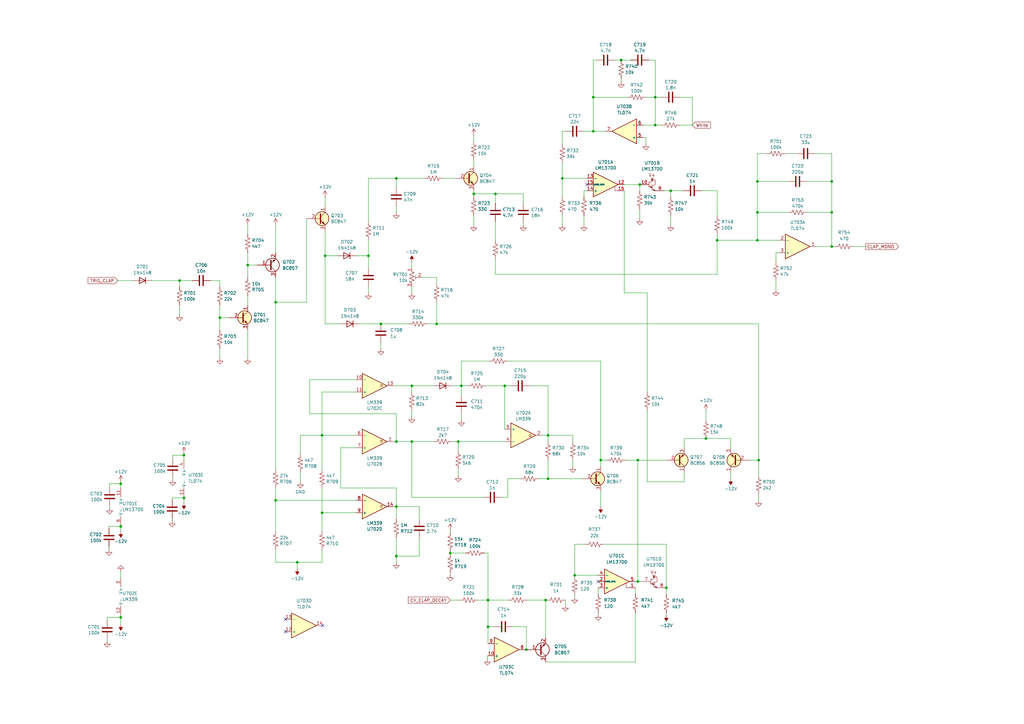
<source format=kicad_sch>
(kicad_sch (version 20231120) (generator "eeschema") (generator_version "8.0")
  (paper "A3")
  (junction (at 311.15 188.722))
  (junction (at 151.13 104.902))
  (junction (at 73.66 115.062))
  (junction (at 113.03 205.232))
  (junction (at 75.438 204.216))
  (junction (at 184.658 226.822))
  (junction (at 230.632 73.152))
  (junction (at 310.642 87.122))
  (junction (at 156.21 132.842))
  (junction (at 207.01 158.242))
  (junction (at 90.17 130.302))
  (junction (at 341.122 87.122))
  (junction (at 162.56 207.772))
  (junction (at 289.56 179.832))
  (junction (at 235.712 235.966))
  (junction (at 243.332 53.848))
  (junction (at 49.53 215.9))
  (junction (at 49.53 198.374))
  (junction (at 133.35 104.902))
  (junction (at 254.762 24.638))
  (junction (at 268.732 39.878))
  (junction (at 132.08 178.562))
  (junction (at 168.91 158.242))
  (junction (at 200.152 257.048))
  (junction (at 203.2 79.502))
  (junction (at 132.08 210.312))
  (junction (at 341.122 74.422))
  (junction (at 101.6 108.712))
  (junction (at 223.774 246.126))
  (junction (at 224.79 196.342))
  (junction (at 194.31 79.502))
  (junction (at 49.53 253.238))
  (junction (at 294.132 98.552))
  (junction (at 262.382 75.692))
  (junction (at 162.56 228.092))
  (junction (at 243.332 39.878))
  (junction (at 200.152 246.126))
  (junction (at 224.79 178.562))
  (junction (at 246.38 188.722))
  (junction (at 273.304 241.046))
  (junction (at 268.732 51.308))
  (junction (at 310.642 98.552))
  (junction (at 189.23 158.242))
  (junction (at 275.082 78.232))
  (junction (at 168.91 181.102))
  (junction (at 75.438 186.69))
  (junction (at 162.56 181.102))
  (junction (at 310.642 74.422))
  (junction (at 162.56 73.152))
  (junction (at 261.62 188.722))
  (junction (at 341.122 101.092))
  (junction (at 113.03 123.952))
  (junction (at 121.92 230.632))
  (junction (at 215.9 266.446))
  (junction (at 179.07 132.842))
  (junction (at 187.96 181.102))
  (junction (at 261.62 238.506))
  (no_connect (at 245.364 238.506))
  (no_connect (at 240.792 75.692))
  (no_connect (at 117.094 254))
  (no_connect (at 132.334 256.54))
  (no_connect (at 117.094 259.08))
  (wire (pts (xy 294.132 78.232) (xy 294.132 88.392)))
  (wire (pts (xy 70.612 204.978) (xy 70.612 204.216)))
  (wire (pts (xy 168.91 158.242) (xy 168.91 160.782)))
  (wire (pts (xy 220.98 196.342) (xy 224.79 196.342)))
  (wire (pts (xy 44.704 224.282) (xy 44.704 225.298)))
  (wire (pts (xy 256.032 75.692) (xy 262.382 75.692)))
  (wire (pts (xy 132.08 230.632) (xy 132.08 225.552)))
  (wire (pts (xy 44.958 207.518) (xy 44.958 208.28)))
  (wire (pts (xy 239.522 53.848) (xy 243.332 53.848)))
  (wire (pts (xy 44.958 198.374) (xy 49.53 198.374)))
  (wire (pts (xy 214.63 79.502) (xy 214.63 83.312)))
  (wire (pts (xy 146.05 160.782) (xy 132.08 160.782)))
  (wire (pts (xy 243.332 39.878) (xy 257.302 39.878)))
  (wire (pts (xy 113.03 205.232) (xy 113.03 217.932)))
  (wire (pts (xy 132.08 210.312) (xy 146.05 210.312)))
  (wire (pts (xy 162.56 200.152) (xy 162.56 207.772)))
  (wire (pts (xy 203.2 79.502) (xy 214.63 79.502)))
  (wire (pts (xy 230.632 73.152) (xy 240.792 73.152)))
  (wire (pts (xy 216.154 246.126) (xy 223.774 246.126)))
  (wire (pts (xy 125.73 89.662) (xy 125.73 123.952)))
  (wire (pts (xy 133.35 80.772) (xy 133.35 84.582)))
  (wire (pts (xy 275.082 78.232) (xy 275.082 80.772)))
  (wire (pts (xy 162.56 228.092) (xy 171.958 228.092)))
  (wire (pts (xy 322.072 62.992) (xy 326.644 62.992)))
  (wire (pts (xy 184.658 226.822) (xy 184.658 227.33)))
  (wire (pts (xy 198.12 203.962) (xy 168.91 203.962)))
  (wire (pts (xy 49.53 234.442) (xy 49.53 236.982)))
  (wire (pts (xy 203.2 112.522) (xy 294.132 112.522)))
  (wire (pts (xy 75.438 185.928) (xy 75.438 186.69)))
  (wire (pts (xy 245.364 241.046) (xy 245.364 243.586)))
  (wire (pts (xy 132.08 210.312) (xy 132.08 217.932)))
  (wire (pts (xy 184.658 234.95) (xy 184.658 235.712)))
  (wire (pts (xy 199.898 268.986) (xy 199.898 270.256)))
  (wire (pts (xy 146.05 104.902) (xy 151.13 104.902)))
  (wire (pts (xy 289.56 179.832) (xy 299.72 179.832)))
  (wire (pts (xy 123.19 193.802) (xy 123.19 197.612)))
  (wire (pts (xy 125.73 123.952) (xy 113.03 123.952)))
  (wire (pts (xy 265.43 197.612) (xy 265.43 168.402)))
  (wire (pts (xy 70.866 195.834) (xy 70.866 196.596)))
  (wire (pts (xy 200.66 148.082) (xy 189.23 148.082)))
  (wire (pts (xy 181.61 73.152) (xy 186.69 73.152)))
  (wire (pts (xy 310.642 74.422) (xy 323.342 74.422)))
  (wire (pts (xy 310.642 62.992) (xy 310.642 74.422)))
  (wire (pts (xy 341.122 74.422) (xy 341.122 87.122)))
  (wire (pts (xy 262.382 85.852) (xy 262.382 89.662)))
  (wire (pts (xy 162.56 207.772) (xy 161.29 207.772)))
  (wire (pts (xy 223.774 246.126) (xy 223.774 261.366)))
  (wire (pts (xy 224.79 178.562) (xy 222.25 178.562)))
  (wire (pts (xy 311.15 132.842) (xy 311.15 188.722)))
  (wire (pts (xy 334.264 62.992) (xy 341.122 62.992)))
  (wire (pts (xy 214.63 90.932) (xy 214.63 92.202)))
  (wire (pts (xy 162.56 73.152) (xy 173.99 73.152)))
  (wire (pts (xy 294.132 96.012) (xy 294.132 98.552)))
  (wire (pts (xy 215.9 266.446) (xy 216.154 266.446)))
  (wire (pts (xy 240.03 223.266) (xy 235.712 223.266)))
  (wire (pts (xy 73.66 125.222) (xy 73.66 129.032)))
  (wire (pts (xy 246.38 191.262) (xy 246.38 188.722)))
  (wire (pts (xy 200.152 226.822) (xy 200.152 246.126)))
  (wire (pts (xy 318.262 103.632) (xy 319.532 103.632)))
  (wire (pts (xy 314.452 62.992) (xy 310.642 62.992)))
  (wire (pts (xy 224.79 178.562) (xy 224.79 181.102)))
  (wire (pts (xy 151.13 73.152) (xy 162.56 73.152)))
  (wire (pts (xy 278.892 51.308) (xy 283.972 51.308)))
  (wire (pts (xy 265.43 197.612) (xy 280.67 197.612)))
  (wire (pts (xy 146.05 183.642) (xy 139.7 183.642)))
  (wire (pts (xy 70.612 212.598) (xy 70.612 213.614)))
  (wire (pts (xy 132.08 200.152) (xy 132.08 210.312)))
  (wire (pts (xy 235.712 223.266) (xy 235.712 235.966)))
  (wire (pts (xy 224.79 188.722) (xy 224.79 196.342)))
  (wire (pts (xy 243.332 24.638) (xy 243.332 39.878)))
  (wire (pts (xy 162.56 181.102) (xy 161.29 181.102)))
  (wire (pts (xy 101.6 135.382) (xy 101.6 146.812)))
  (wire (pts (xy 245.364 251.206) (xy 245.364 251.968)))
  (wire (pts (xy 262.382 75.692) (xy 262.382 78.232)))
  (wire (pts (xy 162.56 73.152) (xy 162.56 76.962)))
  (wire (pts (xy 151.13 98.552) (xy 151.13 104.902)))
  (wire (pts (xy 156.21 140.462) (xy 156.21 143.002)))
  (wire (pts (xy 86.36 115.062) (xy 90.17 115.062)))
  (wire (pts (xy 90.17 143.002) (xy 90.17 146.812)))
  (wire (pts (xy 48.26 115.062) (xy 54.61 115.062)))
  (wire (pts (xy 243.332 39.878) (xy 243.332 53.848)))
  (wire (pts (xy 311.15 188.722) (xy 307.34 188.722)))
  (wire (pts (xy 289.56 168.402) (xy 289.56 172.212)))
  (wire (pts (xy 252.222 24.638) (xy 254.762 24.638)))
  (wire (pts (xy 194.31 65.532) (xy 194.31 68.072)))
  (wire (pts (xy 246.38 188.722) (xy 246.38 148.082)))
  (wire (pts (xy 230.632 53.848) (xy 230.632 59.182)))
  (wire (pts (xy 75.438 204.216) (xy 75.438 206.248)))
  (wire (pts (xy 133.35 104.902) (xy 133.35 94.742)))
  (wire (pts (xy 260.604 271.526) (xy 260.604 251.206)))
  (wire (pts (xy 123.19 178.562) (xy 132.08 178.562)))
  (wire (pts (xy 147.32 132.842) (xy 156.21 132.842)))
  (wire (pts (xy 123.19 186.182) (xy 123.19 178.562)))
  (wire (pts (xy 138.43 104.902) (xy 133.35 104.902)))
  (wire (pts (xy 235.712 235.966) (xy 235.712 236.474)))
  (wire (pts (xy 203.2 106.172) (xy 203.2 112.522)))
  (wire (pts (xy 299.72 193.802) (xy 299.72 196.342)))
  (wire (pts (xy 268.732 51.308) (xy 271.272 51.308)))
  (wire (pts (xy 230.632 53.848) (xy 231.902 53.848)))
  (wire (pts (xy 194.31 88.392) (xy 194.31 92.202)))
  (wire (pts (xy 172.72 113.792) (xy 179.07 113.792)))
  (wire (pts (xy 168.91 168.402) (xy 168.91 170.942)))
  (wire (pts (xy 280.67 183.642) (xy 280.67 179.832)))
  (wire (pts (xy 200.152 257.048) (xy 200.152 263.906)))
  (wire (pts (xy 139.7 183.642) (xy 139.7 200.152)))
  (wire (pts (xy 294.132 78.232) (xy 287.782 78.232)))
  (wire (pts (xy 199.39 158.242) (xy 207.01 158.242)))
  (wire (pts (xy 101.6 121.412) (xy 101.6 125.222)))
  (wire (pts (xy 185.42 181.102) (xy 187.96 181.102)))
  (wire (pts (xy 246.38 148.082) (xy 208.28 148.082)))
  (wire (pts (xy 275.082 88.392) (xy 275.082 92.202)))
  (wire (pts (xy 162.56 181.102) (xy 168.91 181.102)))
  (wire (pts (xy 49.53 215.392) (xy 49.53 215.9)))
  (wire (pts (xy 265.43 120.142) (xy 265.43 160.782)))
  (wire (pts (xy 49.53 253.238) (xy 49.53 256.032)))
  (wire (pts (xy 187.96 192.532) (xy 187.96 195.072)))
  (wire (pts (xy 200.152 226.822) (xy 198.628 226.822)))
  (wire (pts (xy 310.642 74.422) (xy 310.642 87.122)))
  (wire (pts (xy 283.972 51.308) (xy 283.972 39.878)))
  (wire (pts (xy 234.95 188.722) (xy 234.95 191.262)))
  (wire (pts (xy 203.2 79.502) (xy 203.2 83.312)))
  (wire (pts (xy 44.704 215.9) (xy 49.53 215.9)))
  (wire (pts (xy 49.53 198.374) (xy 49.53 200.152)))
  (wire (pts (xy 268.732 39.878) (xy 271.272 39.878)))
  (wire (pts (xy 239.522 88.392) (xy 239.522 92.202)))
  (wire (pts (xy 272.542 78.232) (xy 275.082 78.232)))
  (wire (pts (xy 230.632 88.392) (xy 230.632 92.202)))
  (wire (pts (xy 350.012 101.092) (xy 355.092 101.092)))
  (wire (pts (xy 113.03 113.792) (xy 113.03 123.952)))
  (wire (pts (xy 265.43 120.142) (xy 256.032 120.142)))
  (wire (pts (xy 247.65 223.266) (xy 273.304 223.266)))
  (wire (pts (xy 185.42 158.242) (xy 189.23 158.242)))
  (wire (pts (xy 133.35 132.842) (xy 133.35 104.902)))
  (wire (pts (xy 261.62 238.506) (xy 263.144 238.506)))
  (wire (pts (xy 43.942 254.508) (xy 43.942 253.238)))
  (wire (pts (xy 70.612 204.216) (xy 75.438 204.216)))
  (wire (pts (xy 184.658 226.822) (xy 191.008 226.822)))
  (wire (pts (xy 70.866 186.69) (xy 75.438 186.69)))
  (wire (pts (xy 261.62 188.722) (xy 261.62 238.506)))
  (wire (pts (xy 261.62 188.722) (xy 273.05 188.722)))
  (wire (pts (xy 330.962 87.122) (xy 341.122 87.122)))
  (wire (pts (xy 70.866 188.214) (xy 70.866 186.69)))
  (wire (pts (xy 264.922 56.388) (xy 263.652 56.388)))
  (wire (pts (xy 264.922 39.878) (xy 268.732 39.878)))
  (wire (pts (xy 246.38 201.422) (xy 246.38 207.772)))
  (wire (pts (xy 121.92 230.632) (xy 132.08 230.632)))
  (wire (pts (xy 43.942 253.238) (xy 49.53 253.238)))
  (wire (pts (xy 127 169.672) (xy 162.56 169.672)))
  (wire (pts (xy 245.364 235.966) (xy 235.712 235.966)))
  (wire (pts (xy 223.774 271.526) (xy 260.604 271.526)))
  (wire (pts (xy 205.74 203.962) (xy 208.28 203.962)))
  (wire (pts (xy 246.38 188.722) (xy 248.92 188.722)))
  (wire (pts (xy 318.262 115.062) (xy 318.262 118.872)))
  (wire (pts (xy 75.438 203.708) (xy 75.438 204.216)))
  (wire (pts (xy 341.122 87.122) (xy 341.122 101.092)))
  (wire (pts (xy 121.92 230.632) (xy 113.03 230.632)))
  (wire (pts (xy 151.13 104.902) (xy 151.13 109.982)))
  (wire (pts (xy 217.17 158.242) (xy 224.79 158.242)))
  (wire (pts (xy 260.604 238.506) (xy 261.62 238.506)))
  (wire (pts (xy 113.03 200.152) (xy 113.03 205.232)))
  (wire (pts (xy 73.66 115.062) (xy 78.74 115.062)))
  (wire (pts (xy 132.08 160.782) (xy 132.08 178.562)))
  (wire (pts (xy 208.28 196.342) (xy 213.36 196.342)))
  (wire (pts (xy 189.23 158.242) (xy 189.23 162.052)))
  (wire (pts (xy 330.962 74.422) (xy 341.122 74.422)))
  (wire (pts (xy 168.91 117.602) (xy 168.91 120.142)))
  (wire (pts (xy 273.304 241.046) (xy 273.304 243.84)))
  (wire (pts (xy 210.312 257.048) (xy 215.9 257.048)))
  (wire (pts (xy 127 155.702) (xy 127 169.672)))
  (wire (pts (xy 268.732 39.878) (xy 268.732 24.638)))
  (wire (pts (xy 49.53 197.612) (xy 49.53 198.374)))
  (wire (pts (xy 101.6 108.712) (xy 105.41 108.712)))
  (wire (pts (xy 239.522 78.232) (xy 240.792 78.232)))
  (wire (pts (xy 168.91 203.962) (xy 168.91 181.102)))
  (wire (pts (xy 215.9 257.048) (xy 215.9 266.446)))
  (wire (pts (xy 189.23 158.242) (xy 191.77 158.242)))
  (wire (pts (xy 184.658 246.126) (xy 188.468 246.126)))
  (wire (pts (xy 162.56 169.672) (xy 162.56 181.102)))
  (wire (pts (xy 200.152 268.986) (xy 199.898 268.986)))
  (wire (pts (xy 90.17 125.222) (xy 90.17 130.302)))
  (wire (pts (xy 299.72 179.832) (xy 299.72 183.642)))
  (wire (pts (xy 311.15 195.072) (xy 311.15 188.722)))
  (wire (pts (xy 194.31 79.502) (xy 203.2 79.502)))
  (wire (pts (xy 175.26 132.842) (xy 179.07 132.842)))
  (wire (pts (xy 294.132 98.552) (xy 310.642 98.552)))
  (wire (pts (xy 275.082 78.232) (xy 280.162 78.232)))
  (wire (pts (xy 162.56 84.582) (xy 162.56 87.122)))
  (wire (pts (xy 254.762 32.258) (xy 254.762 33.528)))
  (wire (pts (xy 224.79 158.242) (xy 224.79 178.562)))
  (wire (pts (xy 215.9 266.446) (xy 215.392 266.446)))
  (wire (pts (xy 44.704 216.662) (xy 44.704 215.9)))
  (wire (pts (xy 341.122 101.092) (xy 342.392 101.092)))
  (wire (pts (xy 171.958 207.772) (xy 171.958 212.852)))
  (wire (pts (xy 207.01 158.242) (xy 209.55 158.242)))
  (wire (pts (xy 341.122 62.992) (xy 341.122 74.422)))
  (wire (pts (xy 139.7 132.842) (xy 133.35 132.842)))
  (wire (pts (xy 234.95 178.562) (xy 234.95 181.102)))
  (wire (pts (xy 168.91 107.442) (xy 168.91 109.982)))
  (wire (pts (xy 224.79 178.562) (xy 234.95 178.562)))
  (wire (pts (xy 168.91 181.102) (xy 177.8 181.102)))
  (wire (pts (xy 90.17 115.062) (xy 90.17 117.602)))
  (wire (pts (xy 151.13 117.602) (xy 151.13 120.142)))
  (wire (pts (xy 200.152 246.126) (xy 196.088 246.126)))
  (wire (pts (xy 184.658 226.06) (xy 184.658 226.822)))
  (wire (pts (xy 239.522 80.772) (xy 239.522 78.232)))
  (wire (pts (xy 310.642 98.552) (xy 319.532 98.552)))
  (wire (pts (xy 231.902 246.126) (xy 231.902 248.158)))
  (wire (pts (xy 132.08 178.562) (xy 132.08 192.532)))
  (wire (pts (xy 187.96 181.102) (xy 207.01 181.102)))
  (wire (pts (xy 162.56 220.472) (xy 162.56 228.092)))
  (wire (pts (xy 161.29 158.242) (xy 168.91 158.242)))
  (wire (pts (xy 162.56 228.092) (xy 162.56 230.632)))
  (wire (pts (xy 101.6 108.712) (xy 101.6 113.792)))
  (wire (pts (xy 156.21 132.842) (xy 167.64 132.842)))
  (wire (pts (xy 101.6 103.632) (xy 101.6 108.712)))
  (wire (pts (xy 263.652 51.308) (xy 268.732 51.308)))
  (wire (pts (xy 101.6 92.202) (xy 101.6 96.012)))
  (wire (pts (xy 73.66 115.062) (xy 73.66 117.602)))
  (wire (pts (xy 179.07 132.842) (xy 311.15 132.842)))
  (wire (pts (xy 194.31 78.232) (xy 194.31 79.502)))
  (wire (pts (xy 318.262 107.442) (xy 318.262 103.632)))
  (wire (pts (xy 151.13 90.932) (xy 151.13 73.152)))
  (wire (pts (xy 310.642 87.122) (xy 323.342 87.122)))
  (wire (pts (xy 75.438 186.69) (xy 75.438 188.468)))
  (wire (pts (xy 294.132 98.552) (xy 294.132 112.522)))
  (wire (pts (xy 341.122 101.092) (xy 334.772 101.092)))
  (wire (pts (xy 90.17 130.302) (xy 90.17 135.382)))
  (wire (pts (xy 62.23 115.062) (xy 73.66 115.062)))
  (wire (pts (xy 268.732 24.638) (xy 266.192 24.638)))
  (wire (pts (xy 146.05 155.702) (xy 127 155.702)))
  (wire (pts (xy 187.96 181.102) (xy 187.96 184.912)))
  (wire (pts (xy 162.56 207.772) (xy 162.56 212.852)))
  (wire (pts (xy 49.53 252.222) (xy 49.53 253.238)))
  (wire (pts (xy 189.23 169.672) (xy 189.23 172.212)))
  (wire (pts (xy 44.958 199.898) (xy 44.958 198.374)))
  (wire (pts (xy 171.958 228.092) (xy 171.958 220.472)))
  (wire (pts (xy 113.03 230.632) (xy 113.03 225.552)))
  (wire (pts (xy 230.632 66.802) (xy 230.632 73.152)))
  (wire (pts (xy 200.152 246.126) (xy 200.152 257.048)))
  (wire (pts (xy 200.152 257.048) (xy 202.692 257.048)))
  (wire (pts (xy 256.54 188.722) (xy 261.62 188.722)))
  (wire (pts (xy 264.922 58.928) (xy 264.922 56.388)))
  (wire (pts (xy 311.15 202.692) (xy 311.15 205.232)))
  (wire (pts (xy 244.602 24.638) (xy 243.332 24.638)))
  (wire (pts (xy 310.642 87.122) (xy 310.642 98.552)))
  (wire (pts (xy 224.79 196.342) (xy 238.76 196.342)))
  (wire (pts (xy 184.658 217.424) (xy 184.658 218.44)))
  (wire (pts (xy 235.712 244.094) (xy 235.712 244.856)))
  (wire (pts (xy 49.53 215.9) (xy 49.53 217.932)))
  (wire (pts (xy 260.604 241.046) (xy 260.604 243.586)))
  (wire (pts (xy 189.23 148.082) (xy 189.23 158.242)))
  (wire (pts (xy 179.07 132.842) (xy 179.07 123.952)))
  (wire (pts (xy 162.56 207.772) (xy 171.958 207.772)))
  (wire (pts (xy 280.67 197.612) (xy 280.67 193.802)))
  (wire (pts (xy 256.032 120.142) (xy 256.032 78.232)))
  (wire (pts (xy 254.762 24.638) (xy 258.572 24.638)))
  (wire (pts (xy 121.92 233.172) (xy 121.92 230.632)))
  (wire (pts (xy 90.17 130.302) (xy 93.98 130.302)))
  (wire (pts (xy 139.7 200.152) (xy 162.56 200.152)))
  (wire (pts (xy 194.31 79.502) (xy 194.31 80.772)))
  (wire (pts (xy 283.972 39.878) (xy 278.892 39.878)))
  (wire (pts (xy 132.08 178.562) (xy 146.05 178.562)))
  (wire (pts (xy 273.304 223.266) (xy 273.304 241.046)))
  (wire (pts (xy 208.28 203.962) (xy 208.28 196.342)))
  (wire (pts (xy 280.67 179.832) (xy 289.56 179.832)))
  (wire (pts (xy 223.774 246.126) (xy 224.282 246.126)))
  (wire (pts (xy 113.03 205.232) (xy 146.05 205.232)))
  (wire (pts (xy 268.732 51.308) (xy 268.732 39.878)))
  (wire (pts (xy 200.152 246.126) (xy 208.534 246.126)))
  (wire (pts (xy 113.03 123.952) (xy 113.03 192.532)))
  (wire (pts (xy 168.91 158.242) (xy 177.8 158.242)))
  (wire (pts (xy 207.01 158.242) (xy 207.01 176.022)))
  (wire (pts (xy 194.31 55.372) (xy 194.31 57.912)))
  (wire (pts (xy 113.03 92.202) (xy 113.03 103.632)))
  (wire (pts (xy 179.07 113.792) (xy 179.07 116.332)))
  (wire (pts (xy 43.942 262.128) (xy 43.942 262.89)))
  (wire (pts (xy 230.632 80.772) (xy 230.632 73.152)))
  (wire (pts (xy 203.2 90.932) (xy 203.2 98.552)))
  (wire (pts (xy 273.304 251.46) (xy 273.304 252.222)))
  (wire (pts (xy 243.332 53.848) (xy 248.412 53.848)))
  (global_label "TRIG_CLAP" (shape input) (at 48.26 115.062 180) (property "Intersheetrefs" "${INTERSHEET_REFS}" (effects (hide yes))))
  (global_label "White" (shape input) (at 283.972 51.308 0) (property "Intersheetrefs" "${INTERSHEET_REFS}" (effects (hide yes))))
  (global_label "CLAP_MONO" (shape output) (at 355.092 101.092 0) (property "Intersheetrefs" "${INTERSHEET_REFS}" (effects (hide yes))))
  (global_label "CV_CLAP_DECAY" (shape input) (at 184.658 246.126 180) (property "Intersheetrefs" "${INTERSHEET_REFS}" (effects (hide yes))))
  (symbol (lib_id "Transistor_BJT:BC857") (at 110.49 108.712 0) (mirror x) (unit 1)
    (property "Reference" "Q702" (at 115.824 107.4419 0) (effects (justify left)))
    (property "Value" "BC857" (at 115.824 109.9819 0) (effects (justify left)))
    (property "Footprint" "Package_TO_SOT_SMD:SOT-23" (effects (hide yes)))
    (property "Datasheet" "https://www.onsemi.com/pub/Collateral/BC860-D.pdf" (effects (hide yes)))
    (property "Description" "0.1A Ic, 45V Vce, PNP Transistor, SOT-23" (effects (hide yes)))
  )
  (symbol (lib_id "Amplifier_Operational:LM13700") (at 270.002 75.692 0) (unit 2)
    (property "Reference" "U701" (at 267.462 66.8431 0))
    (property "Value" "LM13700" (at 267.462 69.2673 0))
    (property "Footprint" "Package_SO:SOIC-16_3.9x9.9mm_P1.27mm" (effects (hide yes)))
    (property "Datasheet" "http://www.ti.com/lit/ds/symlink/lm13700.pdf" (effects (hide yes)))
  )
  (symbol (lib_id "Device:R_US") (at 192.278 246.126 270) (unit 1)
    (property "Reference" "R721" (at 192.278 240.792 90))
    (property "Value" "100k" (at 192.278 243.332 90))
    (property "Footprint" "Resistor_SMD:R_0805_2012Metric" (effects (hide yes)))
  )
  (symbol (lib_id "Device:C") (at 44.958 203.708 0) (mirror y) (unit 1)
    (property "Reference" "C703" (at 42.037 202.4959 0) (effects (justify left)))
    (property "Value" "100k" (at 42.037 204.9201 0) (effects (justify left)))
    (property "Footprint" "Capacitor_SMD:C_0805_2012Metric" (effects (hide yes)))
  )
  (symbol (lib_id "power:-12V") (at 168.91 107.442 0) (unit 1)
    (property "Reference" "#PWR0724" (effects (hide yes)))
    (property "Value" "-12V" (at 168.91 103.3089 0))
  )
  (symbol (lib_id "PCM_4ms_Power-symbol:GND") (at 189.23 172.212 0) (unit 1)
    (property "Reference" "#PWR0730" (effects (hide yes)))
    (property "Value" "GND" (effects (hide yes)))
  )
  (symbol (lib_id "Device:R_US") (at 179.07 120.142 0) (unit 1)
    (property "Reference" "R716" (at 180.721 118.9299 0) (effects (justify left)))
    (property "Value" "47k" (at 180.721 121.3541 0) (effects (justify left)))
    (property "Footprint" "Resistor_SMD:R_0805_2012Metric" (effects (hide yes)))
  )
  (symbol (lib_id "Device:C") (at 235.712 53.848 90) (unit 1)
    (property "Reference" "C717" (at 235.712 47.5447 90))
    (property "Value" "22n" (at 235.712 49.9689 90))
    (property "Footprint" "Capacitor_SMD:C_0805_2012Metric" (effects (hide yes)))
  )
  (symbol (lib_id "Device:R_US") (at 289.56 176.022 180) (unit 1)
    (property "Reference" "R748" (at 291.211 174.8099 0) (effects (justify right)))
    (property "Value" "15k" (at 291.211 177.2341 0) (effects (justify right)))
    (property "Footprint" "Resistor_SMD:R_0805_2012Metric" (effects (hide yes)))
  )
  (symbol (lib_id "Amplifier_Operational:LM13700") (at 270.764 238.506 0) (unit 4)
    (property "Reference" "U701" (at 268.224 229.235 0))
    (property "Value" "LM13700" (at 268.224 231.775 0))
    (property "Footprint" "Package_SO:SOIC-16_3.9x9.9mm_P1.27mm" (effects (hide yes)))
    (property "Datasheet" "http://www.ti.com/lit/ds/symlink/lm13700.pdf" (effects (hide yes)))
  )
  (symbol (lib_id "PCM_4ms_Power-symbol:GND") (at 199.898 270.256 0) (unit 1)
    (property "Reference" "#PWR0733" (effects (hide yes)))
    (property "Value" "GND" (effects (hide yes)))
  )
  (symbol (lib_id "Device:C") (at 206.502 257.048 90) (unit 1)
    (property "Reference" "C714" (at 206.502 249.936 90))
    (property "Value" "1n" (at 206.502 252.476 90))
    (property "Footprint" "Capacitor_SMD:C_0805_2012Metric" (effects (hide yes)))
    (property "Description" "Unpolarized capacitor" (effects (hide yes)))
  )
  (symbol (lib_id "PCM_Transistor_BJT_AKL:BC547") (at 191.77 73.152 0) (unit 1)
    (property "Reference" "Q704" (at 196.6214 71.9399 0) (effects (justify left)))
    (property "Value" "BC847" (at 196.6214 74.3641 0) (effects (justify left)))
    (property "Footprint" "Package_TO_SOT_SMD:SOT-23" (effects (hide yes)))
    (property "Datasheet" "https://www.tme.eu/Document/6c5d898a533a0762c2bc33eb26c283a8/BC546-550-DTE.pdf" (effects (hide yes)))
  )
  (symbol (lib_id "PCM_4ms_Power-symbol:GND") (at 230.632 92.202 0) (unit 1)
    (property "Reference" "#PWR0735" (effects (hide yes)))
    (property "Value" "GND" (effects (hide yes)))
  )
  (symbol (lib_id "Device:C") (at 214.63 87.122 0) (unit 1)
    (property "Reference" "C716" (at 217.805 85.9678 0) (effects (justify left)))
    (property "Value" "18n" (at 217.805 88.392 0) (effects (justify left)))
    (property "Footprint" "Capacitor_SMD:C_0805_2012Metric" (effects (hide yes)))
  )
  (symbol (lib_id "Device:R_US") (at 230.632 84.582 0) (unit 1)
    (property "Reference" "R733" (at 232.791 83.3119 0) (effects (justify left)))
    (property "Value" "470" (at 232.791 85.8519 0) (effects (justify left)))
    (property "Footprint" "Resistor_SMD:R_0805_2012Metric" (effects (hide yes)))
  )
  (symbol (lib_id "PCM_4ms_Power-symbol:GND") (at 245.364 251.968 0) (unit 1)
    (property "Reference" "#PWR0740" (effects (hide yes)))
    (property "Value" "GND" (effects (hide yes)))
  )
  (symbol (lib_id "Amplifier_Operational:TL074") (at 124.714 256.54 0) (mirror x) (unit 4)
    (property "Reference" "U703" (at 124.714 246.38 0))
    (property "Value" "TL074" (at 124.714 248.92 0))
    (property "Footprint" "Package_SO:SOIC-14_3.9x8.7mm_P1.27mm" (effects (hide yes)))
    (property "Datasheet" "http://www.ti.com/lit/ds/symlink/tl071.pdf" (effects (hide yes)))
    (property "Description" "Quad Low-Noise JFET-Input Operational Amplifiers, DIP-14/SOIC-14" (effects (hide yes)))
  )
  (symbol (lib_id "Device:C") (at 171.958 216.662 0) (unit 1)
    (property "Reference" "C710" (at 174.879 215.4499 0) (effects (justify left)))
    (property "Value" "2.7n" (at 174.879 217.8741 0) (effects (justify left)))
    (property "Footprint" "Capacitor_SMD:C_0805_2012Metric" (effects (hide yes)))
  )
  (symbol (lib_id "Diode:1N4148") (at 142.24 104.902 180) (unit 1)
    (property "Reference" "D702" (at 142.24 99.187 0))
    (property "Value" "1N4148" (at 142.24 101.727 0))
    (property "Footprint" "Diode_SMD:D_SOD-123" (effects (hide yes)))
    (property "Datasheet" "https://assets.nexperia.com/documents/data-sheet/1N4148_1N4448.pdf" (effects (hide yes)))
    (property "Sim.Device" "D" (effects (hide yes)))
    (property "Sim.Pins" "1=K 2=A" (effects (hide yes)))
  )
  (symbol (lib_id "Comparator:LM339") (at 153.67 207.772 0) (mirror x) (unit 4)
    (property "Reference" "U702" (at 153.67 216.9963 0))
    (property "Value" "LM339" (at 153.67 214.5721 0))
    (property "Footprint" "Package_SO:SOIC-14_3.9x8.7mm_P1.27mm" (effects (hide yes)))
    (property "Datasheet" "https://www.st.com/resource/en/datasheet/lm139.pdf" (effects (hide yes)))
  )
  (symbol (lib_id "PCM_4ms_Power-symbol:GND") (at 187.96 195.072 0) (unit 1)
    (property "Reference" "#PWR0729" (effects (hide yes)))
    (property "Value" "GND" (effects (hide yes)))
  )
  (symbol (lib_id "Device:R_US") (at 239.522 84.582 0) (unit 1)
    (property "Reference" "R736" (at 241.681 83.3119 0) (effects (justify left)))
    (property "Value" "470" (at 241.681 85.8519 0) (effects (justify left)))
    (property "Footprint" "Resistor_SMD:R_0805_2012Metric" (effects (hide yes)))
  )
  (symbol (lib_id "Device:R_US") (at 194.31 61.722 0) (unit 1)
    (property "Reference" "R722" (at 195.961 60.5099 0) (effects (justify left)))
    (property "Value" "10k" (at 195.961 62.9341 0) (effects (justify left)))
    (property "Footprint" "Resistor_SMD:R_0805_2012Metric" (effects (hide yes)))
  )
  (symbol (lib_id "Device:R_US") (at 235.712 240.284 180) (unit 1)
    (property "Reference" "R735" (at 237.998 239.0139 0) (effects (justify right)))
    (property "Value" "120" (at 237.998 241.5539 0) (effects (justify right)))
    (property "Footprint" "Resistor_SMD:R_0805_2012Metric" (effects (hide yes)))
  )
  (symbol (lib_id "power:-12V") (at 49.53 256.032 180) (unit 1)
    (property "Reference" "#PWR0707" (effects (hide yes)))
    (property "Value" "-12V" (at 49.53 260.1651 0))
  )
  (symbol (lib_id "Device:C") (at 70.866 192.024 0) (mirror y) (unit 1)
    (property "Reference" "C705" (at 67.945 190.8119 0) (effects (justify left)))
    (property "Value" "100k" (at 67.945 193.2361 0) (effects (justify left)))
    (property "Footprint" "Capacitor_SMD:C_0805_2012Metric" (effects (hide yes)))
  )
  (symbol (lib_id "Device:C") (at 203.2 87.122 0) (unit 1)
    (property "Reference" "C713" (at 206.121 85.9099 0) (effects (justify left)))
    (property "Value" "4.7n" (at 206.121 88.3341 0) (effects (justify left)))
    (property "Footprint" "Capacitor_SMD:C_0805_2012Metric" (effects (hide yes)))
  )
  (symbol (lib_id "Amplifier_Operational:TL074") (at 327.152 101.092 0) (mirror x) (unit 1)
    (property "Reference" "U703" (at 327.152 91.186 0))
    (property "Value" "TL074" (at 327.152 93.726 0))
    (property "Footprint" "Package_SO:SOIC-14_3.9x8.7mm_P1.27mm" (effects (hide yes)))
    (property "Datasheet" "http://www.ti.com/lit/ds/symlink/tl071.pdf" (effects (hide yes)))
    (property "Description" "Quad Low-Noise JFET-Input Operational Amplifiers, DIP-14/SOIC-14" (effects (hide yes)))
  )
  (symbol (lib_id "Device:R_US") (at 113.03 221.742 0) (mirror x) (unit 1)
    (property "Reference" "R707" (at 114.681 222.9541 0) (effects (justify left)))
    (property "Value" "22k" (at 114.681 220.5299 0) (effects (justify left)))
    (property "Footprint" "Resistor_SMD:R_0805_2012Metric" (effects (hide yes)))
  )
  (symbol (lib_id "Device:R_US") (at 184.658 222.25 0) (mirror x) (unit 1)
    (property "Reference" "R718" (at 186.309 223.4621 0) (effects (justify left)))
    (property "Value" "15k" (at 186.309 221.0379 0) (effects (justify left)))
    (property "Footprint" "Resistor_SMD:R_0805_2012Metric" (effects (hide yes)))
  )
  (symbol (lib_id "Device:C") (at 44.704 220.472 0) (mirror y) (unit 1)
    (property "Reference" "C702" (at 41.783 219.2599 0) (effects (justify left)))
    (property "Value" "100k" (at 41.783 221.6841 0) (effects (justify left)))
    (property "Footprint" "Capacitor_SMD:C_0805_2012Metric" (effects (hide yes)))
  )
  (symbol (lib_id "PCM_4ms_Power-symbol:GND") (at 162.56 87.122 0) (unit 1)
    (property "Reference" "#PWR0722" (effects (hide yes)))
    (property "Value" "GND" (effects (hide yes)))
  )
  (symbol (lib_id "Device:R_US") (at 260.604 247.396 180) (unit 1)
    (property "Reference" "R741" (at 262.89 246.1259 0) (effects (justify right)))
    (property "Value" "4k7" (at 262.89 248.6659 0) (effects (justify right)))
    (property "Footprint" "Resistor_SMD:R_0805_2012Metric" (effects (hide yes)))
  )
  (symbol (lib_id "Transistor_BJT:BC857") (at 221.234 266.446 0) (mirror x) (unit 1)
    (property "Reference" "Q705" (at 227.33 265.1759 0) (effects (justify left)))
    (property "Value" "BC857" (at 227.33 267.7159 0) (effects (justify left)))
    (property "Footprint" "Package_TO_SOT_SMD:SOT-23" (effects (hide yes)))
    (property "Datasheet" "https://www.onsemi.com/pub/Collateral/BC860-D.pdf" (effects (hide yes)))
    (property "Description" "0.1A Ic, 45V Vce, PNP Transistor, SOT-23" (effects (hide yes)))
  )
  (symbol (lib_id "PCM_4ms_Power-symbol:GND") (at 101.6 146.812 0) (unit 1)
    (property "Reference" "#PWR0715" (effects (hide yes)))
    (property "Value" "GND" (effects (hide yes)))
  )
  (symbol (lib_id "PCM_4ms_Power-symbol:GND") (at 90.17 146.812 0) (unit 1)
    (property "Reference" "#PWR0713" (effects (hide yes)))
    (property "Value" "GND" (effects (hide yes)))
  )
  (symbol (lib_id "Device:R_US") (at 228.092 246.126 270) (unit 1)
    (property "Reference" "R731" (at 228.092 239.776 90))
    (property "Value" "1k" (at 228.092 242.316 90))
    (property "Footprint" "Resistor_SMD:R_0805_2012Metric" (effects (hide yes)))
  )
  (symbol (lib_id "Device:C") (at 201.93 203.962 270) (unit 1)
    (property "Reference" "C712" (at 201.93 197.6587 90))
    (property "Value" "1n" (at 201.93 200.0829 90))
    (property "Footprint" "Capacitor_SMD:C_0805_2012Metric" (effects (hide yes)))
  )
  (symbol (lib_id "Device:R_US") (at 230.632 62.992 0) (unit 1)
    (property "Reference" "R732" (at 232.283 61.7799 0) (effects (justify left)))
    (property "Value" "39k" (at 232.283 64.2041 0) (effects (justify left)))
    (property "Footprint" "Resistor_SMD:R_0805_2012Metric" (effects (hide yes)))
  )
  (symbol (lib_id "Device:C") (at 248.412 24.638 90) (unit 1)
    (property "Reference" "C718" (at 248.412 18.3347 90))
    (property "Value" "4.7n" (at 248.412 20.7589 90))
    (property "Footprint" "Capacitor_SMD:C_0805_2012Metric" (effects (hide yes)))
  )
  (symbol (lib_id "PCM_4ms_Power-symbol:GND") (at 70.612 213.614 0) (unit 1)
    (property "Reference" "#PWR0708" (effects (hide yes)))
    (property "Value" "GND" (effects (hide yes)))
  )
  (symbol (lib_id "Device:R_US") (at 194.818 226.822 270) (unit 1)
    (property "Reference" "R724" (at 194.818 221.488 90))
    (property "Value" "100k" (at 194.818 224.028 90))
    (property "Footprint" "Resistor_SMD:R_0805_2012Metric" (effects (hide yes)))
  )
  (symbol (lib_id "Device:C") (at 82.55 115.062 90) (unit 1)
    (property "Reference" "C706" (at 82.55 108.7587 90))
    (property "Value" "10n" (at 82.55 111.1829 90))
    (property "Footprint" "Capacitor_SMD:C_0805_2012Metric" (effects (hide yes)))
  )
  (symbol (lib_id "Device:R_US") (at 217.17 196.342 270) (unit 1)
    (property "Reference" "R729" (at 217.17 191.3087 90))
    (property "Value" "68k" (at 217.17 193.7329 90))
    (property "Footprint" "Resistor_SMD:R_0805_2012Metric" (effects (hide yes)))
  )
  (symbol (lib_id "Amplifier_Operational:TL074") (at 256.032 53.848 180) (unit 2)
    (property "Reference" "U703" (at 256.032 43.688 0))
    (property "Value" "TL074" (at 256.032 46.228 0))
    (property "Footprint" "Package_SO:SOIC-14_3.9x8.7mm_P1.27mm" (effects (hide yes)))
    (property "Datasheet" "http://www.ti.com/lit/ds/symlink/tl071.pdf" (effects (hide yes)))
    (property "Description" "Quad Low-Noise JFET-Input Operational Amplifiers, DIP-14/SOIC-14" (effects (hide yes)))
  )
  (symbol (lib_id "Device:R_US") (at 212.344 246.126 270) (unit 1)
    (property "Reference" "R728" (at 212.344 240.792 90))
    (property "Value" "33k" (at 212.344 243.332 90))
    (property "Footprint" "Resistor_SMD:R_0805_2012Metric" (effects (hide yes)))
  )
  (symbol (lib_id "Device:R_US") (at 132.08 221.742 0) (mirror x) (unit 1)
    (property "Reference" "R710" (at 133.731 222.9541 0) (effects (justify left)))
    (property "Value" "4k7" (at 133.731 220.5299 0) (effects (justify left)))
    (property "Footprint" "Resistor_SMD:R_0805_2012Metric" (effects (hide yes)))
  )
  (symbol (lib_id "Device:C") (at 156.21 136.652 0) (unit 1)
    (property "Reference" "C708" (at 160.02 135.3819 0) (effects (justify left)))
    (property "Value" "1u" (at 160.02 137.9219 0) (effects (justify left)))
    (property "Footprint" "Capacitor_SMD:C_0805_2012Metric" (effects (hide yes)))
  )
  (symbol (lib_id "Device:C") (at 151.13 113.792 0) (unit 1)
    (property "Reference" "C707" (at 141.605 112.0028 0) (effects (justify left)))
    (property "Value" "18n" (at 141.605 114.427 0) (effects (justify left)))
    (property "Footprint" "Capacitor_SMD:C_0805_2012Metric" (effects (hide yes)))
  )
  (symbol (lib_name "-12V_1") (lib_id "power:-12V") (at 273.304 252.222 180) (unit 1)
    (property "Reference" "#PWR0745" (effects (hide yes)))
    (property "Value" "-12V" (at 273.304 256.54 0))
    (property "Description" "Power symbol creates a global label with name \"-12V\"" (effects (hide yes)))
  )
  (symbol (lib_id "PCM_4ms_Power-symbol:GND") (at 44.958 208.28 0) (unit 1)
    (property "Reference" "#PWR0703" (effects (hide yes)))
    (property "Value" "GND" (effects (hide yes)))
  )
  (symbol (lib_id "Device:R_US") (at 171.45 132.842 90) (unit 1)
    (property "Reference" "R714" (at 171.45 127.8087 90))
    (property "Value" "330k" (at 171.45 130.2329 90))
    (property "Footprint" "Resistor_SMD:R_0805_2012Metric" (effects (hide yes)))
  )
  (symbol (lib_id "PCM_4ms_Power-symbol:GND") (at 168.91 170.942 0) (unit 1)
    (property "Reference" "#PWR0726" (effects (hide yes)))
    (property "Value" "GND" (effects (hide yes)))
  )
  (symbol (lib_id "Device:R_US") (at 184.658 231.14 0) (mirror x) (unit 1)
    (property "Reference" "R719" (at 186.309 232.3521 0) (effects (justify left)))
    (property "Value" "1k" (at 186.309 229.9279 0) (effects (justify left)))
    (property "Footprint" "Resistor_SMD:R_0805_2012Metric" (effects (hide yes)))
  )
  (symbol (lib_id "PCM_4ms_Power-symbol:GND") (at 275.082 92.202 0) (unit 1)
    (property "Reference" "#PWR0746" (effects (hide yes)))
    (property "Value" "GND" (effects (hide yes)))
  )
  (symbol (lib_id "PCM_4ms_Power-symbol:+12V") (at 289.56 168.402 0) (unit 1)
    (property "Reference" "#PWR0747" (effects (hide yes)))
    (property "Value" "+12V" (at 289.56 164.2689 0))
  )
  (symbol (lib_id "Device:R_US") (at 204.47 148.082 270) (unit 1)
    (property "Reference" "R727" (at 204.47 143.0487 90))
    (property "Value" "330" (at 204.47 145.4729 90))
    (property "Footprint" "Resistor_SMD:R_0805_2012Metric" (effects (hide yes)))
  )
  (symbol (lib_id "PCM_4ms_Power-symbol:GND") (at 168.91 120.142 0) (unit 1)
    (property "Reference" "#PWR0725" (effects (hide yes)))
    (property "Value" "GND" (effects (hide yes)))
  )
  (symbol (lib_id "power:-12V") (at 299.72 196.342 180) (unit 1)
    (property "Reference" "#PWR0748" (effects (hide yes)))
    (property "Value" "-12V" (at 299.72 200.4751 0))
  )
  (symbol (lib_id "PCM_Transistor_BJT_AKL:BC547") (at 99.06 130.302 0) (unit 1)
    (property "Reference" "Q701" (at 103.9114 129.0899 0) (effects (justify left)))
    (property "Value" "BC847" (at 103.9114 131.5141 0) (effects (justify left)))
    (property "Footprint" "Package_TO_SOT_SMD:SOT-23" (effects (hide yes)))
    (property "Datasheet" "https://www.tme.eu/Document/6c5d898a533a0762c2bc33eb26c283a8/BC546-550-DTE.pdf" (effects (hide yes)))
  )
  (symbol (lib_id "PCM_4ms_Power-symbol:+12V") (at 75.438 185.928 0) (unit 1)
    (property "Reference" "#PWR0711" (effects (hide yes)))
    (property "Value" "+12V" (at 75.438 181.7949 0))
  )
  (symbol (lib_id "PCM_4ms_Power-symbol:GND") (at 156.21 143.002 0) (unit 1)
    (property "Reference" "#PWR0721" (effects (hide yes)))
    (property "Value" "GND" (effects (hide yes)))
  )
  (symbol (lib_id "Device:C") (at 262.382 24.638 90) (unit 1)
    (property "Reference" "C719" (at 262.382 18.3347 90))
    (property "Value" "4.7n" (at 262.382 20.7589 90))
    (property "Footprint" "Capacitor_SMD:C_0805_2012Metric" (effects (hide yes)))
  )
  (symbol (lib_id "Device:R_US") (at 101.6 99.822 0) (unit 1)
    (property "Reference" "R704" (at 103.251 98.6099 0) (effects (justify left)))
    (property "Value" "4k7" (at 103.251 101.0341 0) (effects (justify left)))
    (property "Footprint" "Resistor_SMD:R_0805_2012Metric" (effects (hide yes)))
  )
  (symbol (lib_id "Device:C") (at 189.23 165.862 0) (unit 1)
    (property "Reference" "C711" (at 193.04 164.5919 0) (effects (justify left)))
    (property "Value" "470n" (at 193.04 167.1319 0) (effects (justify left)))
    (property "Footprint" "Capacitor_SMD:C_0805_2012Metric" (effects (hide yes)))
  )
  (symbol (lib_id "Device:R_US") (at 346.202 101.092 90) (unit 1)
    (property "Reference" "R754" (at 346.202 95.377 90))
    (property "Value" "470" (at 346.202 97.917 90))
    (property "Footprint" "Resistor_SMD:R_0805_2012Metric" (effects (hide yes)))
  )
  (symbol (lib_id "Device:R_US") (at 245.364 247.396 180) (unit 1)
    (property "Reference" "R738" (at 247.65 246.1259 0) (effects (justify right)))
    (property "Value" "120" (at 247.65 248.6659 0) (effects (justify right)))
    (property "Footprint" "Resistor_SMD:R_0805_2012Metric" (effects (hide yes)))
  )
  (symbol (lib_id "PCM_4ms_Power-symbol:GND") (at 44.704 225.298 0) (unit 1)
    (property "Reference" "#PWR0702" (effects (hide yes)))
    (property "Value" "GND" (effects (hide yes)))
  )
  (symbol (lib_id "PCM_4ms_Power-symbol:+12V") (at 49.53 197.612 0) (unit 1)
    (property "Reference" "#PWR0704" (effects (hide yes)))
    (property "Value" "+12V" (at 49.53 193.4789 0))
  )
  (symbol (lib_id "PCM_Transistor_BJT_AKL:BC556") (at 278.13 188.722 0) (unit 1)
    (property "Reference" "Q707" (at 282.9814 187.5099 0) (effects (justify left)))
    (property "Value" "BC856" (at 282.9814 189.9341 0) (effects (justify left)))
    (property "Footprint" "Package_TO_SOT_SMD:SOT-23" (effects (hide yes)))
    (property "Datasheet" "https://www.tme.eu/Document/19c3b49670dc51eab7374dcc2c4f9200/BC556-BC560.pdf" (effects (hide yes)))
  )
  (symbol (lib_id "PCM_4ms_Power-symbol:GND") (at 311.15 205.232 0) (unit 1)
    (property "Reference" "#PWR0749" (effects (hide yes)))
    (property "Value" "GND" (effects (hide yes)))
  )
  (symbol (lib_id "PCM_4ms_Power-symbol:GND") (at 254.762 33.528 0) (unit 1)
    (property "Reference" "#PWR0742" (effects (hide yes)))
    (property "Value" "GND" (effects (hide yes)))
  )
  (symbol (lib_id "Device:R_US") (at 113.03 196.342 0) (mirror x) (unit 1)
    (property "Reference" "R706" (at 114.681 197.5541 0) (effects (justify left)))
    (property "Value" "27k" (at 114.681 195.1299 0) (effects (justify left)))
    (property "Footprint" "Resistor_SMD:R_0805_2012Metric" (effects (hide yes)))
  )
  (symbol (lib_id "PCM_Transistor_BJT_AKL:BC547") (at 130.81 89.662 0) (unit 1)
    (property "Reference" "Q703" (at 135.6614 88.4499 0) (effects (justify left)))
    (property "Value" "BC847" (at 135.6614 90.8741 0) (effects (justify left)))
    (property "Footprint" "Package_TO_SOT_SMD:SOT-23" (effects (hide yes)))
    (property "Datasheet" "https://www.tme.eu/Document/6c5d898a533a0762c2bc33eb26c283a8/BC546-550-DTE.pdf" (effects (hide yes)))
  )
  (symbol (lib_id "Diode:1N4148") (at 181.61 158.242 180) (unit 1)
    (property "Reference" "D704" (at 181.61 152.527 0))
    (property "Value" "1N4148" (at 181.61 155.067 0))
    (property "Footprint" "Diode_SMD:D_SOD-123" (effects (hide yes)))
    (property "Datasheet" "https://assets.nexperia.com/documents/data-sheet/1N4148_1N4448.pdf" (effects (hide yes)))
    (property "Sim.Device" "D" (effects (hide yes)))
    (property "Sim.Pins" "1=K 2=A" (effects (hide yes)))
  )
  (symbol (lib_id "power:-12V") (at 49.53 217.932 180) (unit 1)
    (property "Reference" "#PWR0705" (effects (hide yes)))
    (property "Value" "-12V" (at 49.53 222.0651 0))
  )
  (symbol (lib_id "Device:C") (at 162.56 80.772 0) (unit 1)
    (property "Reference" "C709" (at 165.481 79.5599 0) (effects (justify left)))
    (property "Value" "47n" (at 165.481 81.9841 0) (effects (justify left)))
    (property "Footprint" "Capacitor_SMD:C_0805_2012Metric" (effects (hide yes)))
  )
  (symbol (lib_id "Device:C") (at 330.454 62.992 90) (unit 1)
    (property "Reference" "C723" (at 330.454 55.88 90))
    (property "Value" "33u" (at 330.454 58.42 90))
    (property "Footprint" "Capacitor_SMD:C_0805_2012Metric" (effects (hide yes)))
  )
  (symbol (lib_id "PCM_4ms_Power-symbol:+12V") (at 133.35 80.772 0) (unit 1)
    (property "Reference" "#PWR0719" (effects (hide yes)))
    (property "Value" "+12V" (at 133.35 76.6389 0))
  )
  (symbol (lib_id "Amplifier_Operational:TL074") (at 72.898 196.088 0) (mirror y) (unit 5)
    (property "Reference" "U703" (at 77.216 194.8179 0) (effects (justify right)))
    (property "Value" "TL074" (at 77.216 197.3579 0) (effects (justify right)))
    (property "Footprint" "Package_SO:SOIC-14_3.9x8.7mm_P1.27mm" (effects (hide yes)))
    (property "Datasheet" "http://www.ti.com/lit/ds/symlink/tl071.pdf" (effects (hide yes)))
    (property "Description" "Quad Low-Noise JFET-Input Operational Amplifiers, DIP-14/SOIC-14" (effects (hide yes)))
  )
  (symbol (lib_id "Device:R_US") (at 177.8 73.152 90) (unit 1)
    (property "Reference" "R715" (at 177.8 68.1187 90))
    (property "Value" "1M" (at 177.8 70.5429 90))
    (property "Footprint" "Resistor_SMD:R_0805_2012Metric" (effects (hide yes)))
  )
  (symbol (lib_id "Device:R_US") (at 187.96 188.722 180) (unit 1)
    (property "Reference" "R720" (at 189.611 187.5099 0) (effects (justify right)))
    (property "Value" "5k6" (at 189.611 189.9341 0) (effects (justify right)))
    (property "Footprint" "Resistor_SMD:R_0805_2012Metric" (effects (hide yes)))
  )
  (symbol (lib_id "PCM_4ms_Power-symbol:+12V") (at 194.31 55.372 0) (unit 1)
    (property "Reference" "#PWR0731" (effects (hide yes)))
    (property "Value" "+12V" (at 194.31 51.2389 0))
  )
  (symbol (lib_id "Device:R_US") (at 234.95 184.912 180) (unit 1)
    (property "Reference" "R734" (at 236.601 183.6999 0) (effects (justify right)))
    (property "Value" "10k" (at 236.601 186.1241 0) (effects (justify right)))
    (property "Footprint" "Resistor_SMD:R_0805_2012Metric" (effects (hide yes)))
  )
  (symbol (lib_id "Device:R_US") (at 311.15 198.882 180) (unit 1)
    (property "Reference" "R750" (at 312.801 197.6699 0) (effects (justify right)))
    (property "Value" "2k2" (at 312.801 200.0941 0) (effects (justify right)))
    (property "Footprint" "Resistor_SMD:R_0805_2012Metric" (effects (hide yes)))
  )
  (symbol (lib_id "Device:R_US") (at 294.132 92.202 0) (unit 1)
    (property "Reference" "R749" (at 295.783 90.9899 0) (effects (justify left)))
    (property "Value" "100k" (at 295.783 93.4141 0) (effects (justify left)))
    (property "Footprint" "Resistor_SMD:R_0805_2012Metric" (effects (hide yes)))
  )
  (symbol (lib_id "Device:R_US") (at 265.43 164.592 0) (unit 1)
    (property "Reference" "R744" (at 267.081 163.3799 0) (effects (justify left)))
    (property "Value" "10k" (at 267.081 165.8041 0) (effects (justify left)))
    (property "Footprint" "Resistor_SMD:R_0805_2012Metric" (effects (hide yes)))
  )
  (symbol (lib_id "Device:R_US") (at 101.6 117.602 0) (mirror x) (unit 1)
    (property "Reference" "R705" (at 103.251 118.8141 0) (effects (justify left)))
    (property "Value" "10k" (at 103.251 116.3899 0) (effects (justify left)))
    (property "Footprint" "Resistor_SMD:R_0805_2012Metric" (effects (hide yes)))
  )
  (symbol (lib_id "Device:R_US") (at 90.17 139.192 0) (unit 1)
    (property "Reference" "R703" (at 91.821 137.9799 0) (effects (justify left)))
    (property "Value" "10k" (at 91.821 140.4041 0) (effects (justify left)))
    (property "Footprint" "Resistor_SMD:R_0805_2012Metric" (effects (hide yes)))
  )
  (symbol (lib_id "PCM_Transistor_BJT_AKL:BC556") (at 302.26 188.722 0) (mirror y) (unit 1)
    (property "Reference" "Q708" (at 297.4086 187.5099 0) (effects (justify left)))
    (property "Value" "BC856" (at 297.4086 189.9341 0) (effects (justify left)))
    (property "Footprint" "Package_TO_SOT_SMD:SOT-23" (effects (hide yes)))
    (property "Datasheet" "https://www.tme.eu/Document/19c3b49670dc51eab7374dcc2c4f9200/BC556-BC560.pdf" (effects (hide yes)))
  )
  (symbol (lib_id "PCM_4ms_Power-symbol:+12V") (at 113.03 92.202 0) (unit 1)
    (property "Reference" "#PWR0716" (effects (hide yes)))
    (property "Value" "+12V" (at 113.03 88.0689 0))
  )
  (symbol (lib_id "PCM_4ms_Power-symbol:GND") (at 73.66 129.032 0) (unit 1)
    (property "Reference" "#PWR0710" (effects (hide yes)))
    (property "Value" "GND" (effects (hide yes)))
  )
  (symbol (lib_id "Device:R_US") (at 261.112 39.878 90) (unit 1)
    (property "Reference" "R742" (at 261.112 34.8447 90))
    (property "Value" "100k" (at 261.112 37.2689 90))
    (property "Footprint" "Resistor_SMD:R_0805_2012Metric" (effects (hide yes)))
  )
  (symbol (lib_id "Device:R_US") (at 318.262 111.252 0) (unit 1)
    (property "Reference" "R752" (at 319.913 110.0399 0) (effects (justify left)))
    (property "Value" "47k" (at 319.913 112.4641 0) (effects (justify left)))
    (property "Footprint" "Resistor_SMD:R_0805_2012Metric" (effects (hide yes)))
  )
  (symbol (lib_id "PCM_4ms_Power-symbol:GND") (at 123.19 197.612 0) (unit 1)
    (property "Reference" "#PWR0718" (effects (hide yes)))
    (property "Value" "GND" (at 123.19 201.7451 0))
  )
  (symbol (lib_id "PCM_4ms_Power-symbol:GND") (at 239.522 92.202 0) (unit 1)
    (property "Reference" "#PWR0739" (effects (hide yes)))
    (property "Value" "GND" (effects (hide yes)))
  )
  (symbol (lib_id "PCM_4ms_Power-symbol:GND") (at 262.382 89.662 0) (unit 1)
    (property "Reference" "#PWR0743" (effects (hide yes)))
    (property "Value" "GND" (effects (hide yes)))
  )
  (symbol (lib_id "PCM_4ms_Power-symbol:GND") (at 70.866 196.596 0) (unit 1)
    (property "Reference" "#PWR0709" (effects (hide yes)))
    (property "Value" "GND" (effects (hide yes)))
  )
  (symbol (lib_id "Device:R_US") (at 262.382 82.042 0) (unit 1)
    (property "Reference" "R743" (at 264.033 80.8299 0) (effects (justify left)))
    (property "Value" "39k" (at 264.033 83.2541 0) (effects (justify left)))
    (property "Footprint" "Resistor_SMD:R_0805_2012Metric" (effects (hide yes)))
  )
  (symbol (lib_id "Device:C") (at 283.972 78.232 90) (unit 1)
    (property "Reference" "C721" (at 283.972 71.9287 90))
    (property "Value" "1n" (at 283.972 74.3529 90))
    (property "Footprint" "Capacitor_SMD:C_0805_2012Metric" (effects (hide yes)))
  )
  (symbol (lib_id "Device:C") (at 70.612 208.788 0) (mirror y) (unit 1)
    (property "Reference" "C704" (at 67.691 207.5759 0) (effects (justify left)))
    (property "Value" "100k" (at 67.691 210.0001 0) (effects (justify left)))
    (property "Footprint" "Capacitor_SMD:C_0805_2012Metric" (effects (hide yes)))
  )
  (symbol (lib_id "Device:R_US") (at 195.58 158.242 270) (unit 1)
    (property "Reference" "R725" (at 195.58 153.2087 90))
    (property "Value" "1M" (at 195.58 155.6329 90))
    (property "Footprint" "Resistor_SMD:R_0805_2012Metric" (effects (hide yes)))
  )
  (symbol (lib_id "PCM_4ms_Power-symbol:GND") (at 151.13 120.142 0) (unit 1)
    (property "Reference" "#PWR0720" (effects (hide yes)))
    (property "Value" "GND" (effects (hide yes)))
  )
  (symbol (lib_id "Comparator:LM339") (at 153.67 181.102 0) (mirror x) (unit 2)
    (property "Reference" "U702" (at 153.67 190.3263 0))
    (property "Value" "LM339" (at 153.67 187.9021 0))
    (property "Footprint" "Package_SO:SOIC-14_3.9x8.7mm_P1.27mm" (effects (hide yes)))
    (property "Datasheet" "https://www.st.com/resource/en/datasheet/lm139.pdf" (effects (hide yes)))
  )
  (symbol (lib_id "Device:R_US") (at 151.13 94.742 0) (unit 1)
    (property "Reference" "R711" (at 152.781 93.5299 0) (effects (justify left)))
    (property "Value" "1M" (at 152.781 95.9541 0) (effects (justify left)))
    (property "Footprint" "Resistor_SMD:R_0805_2012Metric" (effects (hide yes)))
  )
  (symbol (lib_id "PCM_4ms_Power-symbol:+12V") (at 101.6 92.202 0) (unit 1)
    (property "Reference" "#PWR0714" (effects (hide yes)))
    (property "Value" "+12V" (at 101.6 88.0689 0))
  )
  (symbol (lib_id "Comparator:LM339") (at 153.67 158.242 0) (mirror x) (unit 3)
    (property "Reference" "U702" (at 153.67 167.4663 0))
    (property "Value" "LM339" (at 153.67 165.0421 0))
    (property "Footprint" "Package_SO:SOIC-14_3.9x8.7mm_P1.27mm" (effects (hide yes)))
    (property "Datasheet" "https://www.st.com/resource/en/datasheet/lm139.pdf" (effects (hide yes)))
  )
  (symbol (lib_id "Device:R_Potentiometer_Trim_US") (at 168.91 113.792 0) (unit 1)
    (property "Reference" "RV701" (at 167.2591 112.5799 0) (effects (justify right)))
    (property "Value" "10k" (at 167.2591 115.0041 0) (effects (justify right)))
    (property "Footprint" "Potentiometer_THT:Potentiometer_Bourns_3296W_Vertical" (effects (hide yes)))
  )
  (symbol (lib_id "PCM_Transistor_BJT_AKL:BC547") (at 243.84 196.342 0) (unit 1)
    (property "Reference" "Q706" (at 248.6914 195.1299 0) (effects (justify left)))
    (property "Value" "BC847" (at 248.6914 197.5541 0) (effects (justify left)))
    (property "Footprint" "Package_TO_SOT_SMD:SOT-23" (effects (hide yes)))
    (property "Datasheet" "https://www.tme.eu/Document/6c5d898a533a0762c2bc33eb26c283a8/BC546-550-DTE.pdf" (effects (hide yes)))
  )
  (symbol (lib_id "Device:R_US") (at 224.79 184.912 180) (unit 1)
    (property "Reference" "R730" (at 226.441 183.6999 0) (effects (justify right)))
    (property "Value" "68k" (at 226.441 186.1241 0) (effects (justify right)))
    (property "Footprint" "Resistor_SMD:R_0805_2012Metric" (effects (hide yes)))
  )
  (symbol (lib_id "power:-12V") (at 75.438 206.248 180) (unit 1)
    (property "Reference" "#PWR0712" (effects (hide yes)))
    (property "Value" "-12V" (at 75.438 210.3811 0))
  )
  (symbol (lib_id "Device:R_US") (at 318.262 62.992 90) (unit 1)
    (property "Reference" "R751" (at 318.262 57.9587 90))
    (property "Value" "100k" (at 318.262 60.3829 90))
    (property "Footprint" "Resistor_SMD:R_0805_2012Metric" (effects (hide yes)))
  )
  (symbol (lib_id "Device:C") (at 327.152 74.422 90) (unit 1)
    (property "Reference" "C722" (at 327.152 68.1187 90))
    (property "Value" "220p" (at 327.152 70.5429 90))
    (property "Footprint" "Capacitor_SMD:C_0805_2012Metric" (effects (hide yes)))
  )
  (symbol (lib_id "Comparator:LM339") (at 214.63 178.562 0) (unit 1)
    (property "Reference" "U702" (at 214.63 169.3377 0))
    (property "Value" "LM339" (at 214.63 171.7619 0))
    (property "Footprint" "Package_SO:SOIC-14_3.9x8.7mm_P1.27mm" (effects (hide yes)))
    (property "Datasheet" "https://www.st.com/resource/en/datasheet/lm139.pdf" (effects (hide yes)))
  )
  (symbol (lib_id "Device:C") (at 213.36 158.242 270) (unit 1)
    (property "Reference" "C715" (at 213.36 151.9387 90))
    (property "Value" "220p" (at 213.36 154.3629 90))
    (property "Footprint" "Capacitor_SMD:C_0805_2012Metric" (effects (hide yes)))
  )
  (symbol (lib_id "PCM_4ms_Power-symbol:GND") (at 235.712 244.856 0) (unit 1)
    (property "Reference" "#PWR0738" (effects (hide yes)))
    (property "Value" "GND" (effects (hide yes)))
  )
  (symbol (lib_id "Comparator:LM339") (at 52.07 244.602 0) (unit 5)
    (property "Reference" "U702" (at 50.165 243.3899 0) (effects (justify left)))
    (property "Value" "LM339" (at 50.165 245.8141 0) (effects (justify left)))
    (property "Footprint" "Package_SO:SOIC-14_3.9x8.7mm_P1.27mm" (effects (hide yes)))
    (property "Datasheet" "https://www.st.com/resource/en/datasheet/lm139.pdf" (effects (hide yes)))
  )
  (symbol (lib_id "Device:R_US") (at 273.304 247.65 180) (unit 1)
    (property "Reference" "R745" (at 275.59 246.3799 0) (effects (justify right)))
    (property "Value" "4k7" (at 275.59 248.9199 0) (effects (justify right)))
    (property "Footprint" "Resistor_SMD:R_0805_2012Metric" (effects (hide yes)))
  )
  (symbol (lib_id "PCM_4ms_Power-symbol:GND") (at 49.53 234.442 180) (unit 1)
    (property "Reference" "#PWR0706" (effects (hide yes)))
    (property "Value" "GND" (effects (hide yes)))
  )
  (symbol (lib_id "Device:R_US") (at 123.19 189.992 0) (mirror x) (unit 1)
    (property "Reference" "R708" (at 124.841 191.2041 0) (effects (justify left)))
    (property "Value" "4k7" (at 124.841 188.7799 0) (effects (justify left)))
    (property "Footprint" "Resistor_SMD:R_0805_2012Metric" (effects (hide yes)))
  )
  (symbol (lib_id "Device:R_US") (at 243.84 223.266 270) (unit 1)
    (property "Reference" "R737" (at 243.84 217.17 90))
    (property "Value" "22k" (at 243.84 219.71 90))
    (property "Footprint" "Resistor_SMD:R_0805_2012Metric" (effects (hide yes)))
  )
  (symbol (lib_id "Device:R_US") (at 254.762 28.448 0) (unit 1)
    (property "Reference" "R740" (at 256.413 27.2359 0) (effects (justify left)))
    (property "Value" "10k" (at 256.413 29.6601 0) (effects (justify left)))
    (property "Footprint" "Resistor_SMD:R_0805_2012Metric" (effects (hide yes)))
  )
  (symbol (lib_id "PCM_4ms_Power-symbol:GND") (at 234.95 191.262 0) (unit 1)
    (property "Reference" "#PWR0737" (effects (hide yes)))
    (property "Value" "GND" (effects (hide yes)))
  )
  (symbol (lib_id "Device:R_US") (at 181.61 181.102 90) (unit 1)
    (property "Reference" "R717" (at 181.61 176.0687 90))
    (property "Value" "2k7" (at 181.61 178.4929 90))
    (property "Footprint" "Resistor_SMD:R_0805_2012Metric" (effects (hide yes)))
  )
  (symbol (lib_id "Amplifier_Operational:TL074") (at 207.772 266.446 0) (mirror x) (unit 3)
    (property "Reference" "U703" (at 207.772 273.558 0))
    (property "Value" "TL074" (at 207.772 276.098 0))
    (property "Footprint" "Package_SO:SOIC-14_3.9x8.7mm_P1.27mm" (effects (hide yes)))
    (property "Datasheet" "http://www.ti.com/lit/ds/symlink/tl071.pdf" (effects (hide yes)))
    (property "Description" "Quad Low-Noise JFET-Input Operational Amplifiers, DIP-14/SOIC-14" (effects (hide yes)))
  )
  (symbol (lib_id "PCM_4ms_Power-symbol:GND") (at 318.262 118.872 0) (unit 1)
    (property "Reference" "#PWR0750" (effects (hide yes)))
    (property "Value" "GND" (effects (hide yes)))
  )
  (symbol (lib_id "Device:R_US") (at 275.082 51.308 90) (unit 1)
    (property "Reference" "R746" (at 275.082 46.2747 90))
    (property "Value" "27k" (at 275.082 48.6989 90))
    (property "Footprint" "Resistor_SMD:R_0805_2012Metric" (effects (hide yes)))
  )
  (symbol (lib_id "Device:R_US") (at 90.17 121.412 0) (unit 1)
    (property "Reference" "R702" (at 91.821 120.1999 0) (effects (justify left)))
    (property "Value" "22k" (at 91.821 122.6241 0) (effects (justify left)))
    (property "Footprint" "Resistor_SMD:R_0805_2012Metric" (effects (hide yes)))
  )
  (symbol (lib_id "Device:C") (at 43.942 258.318 0) (mirror y) (unit 1)
    (property "Reference" "C701" (at 41.021 257.1059 0) (effects (justify left)))
    (property "Value" "100k" (at 41.021 259.5301 0) (effects (justify left)))
    (property "Footprint" "Capacitor_SMD:C_0805_2012Metric" (effects (hide yes)))
  )
  (symbol (lib_id "PCM_4ms_Power-symbol:+12V") (at 184.658 217.424 0) (unit 1)
    (property "Reference" "#PWR0727" (effects (hide yes)))
    (property "Value" "+12V" (at 184.658 213.2909 0))
  )
  (symbol (lib_id "PCM_4ms_Power-symbol:GND") (at 162.56 230.632 0) (unit 1)
    (property "Reference" "#PWR0723" (effects (hide yes)))
    (property "Value" "GND" (effects (hide yes)))
  )
  (symbol (lib_id "Device:R_US") (at 73.66 121.412 0) (unit 1)
    (property "Reference" "R701" (at 75.311 120.1999 0) (effects (justify left)))
    (property "Value" "100k" (at 75.311 122.6241 0) (effects (justify left)))
    (property "Footprint" "Resistor_SMD:R_0805_2012Metric" (effects (hide yes)))
  )
  (symbol (lib_id "PCM_4ms_Power-symbol:GND") (at 264.922 58.928 0) (unit 1)
    (property "Reference" "#PWR0744" (effects (hide yes)))
    (property "Value" "GND" (effects (hide yes)))
  )
  (symbol (lib_id "Device:R_US") (at 132.08 196.342 0) (mirror x) (unit 1)
    (property "Reference" "R709" (at 133.731 197.5541 0) (effects (justify left)))
    (property "Value" "4k7" (at 133.731 195.1299 0) (effects (justify left)))
    (property "Footprint" "Resistor_SMD:R_0805_2012Metric" (effects (hide yes)))
  )
  (symbol (lib_id "PCM_4ms_Power-symbol:GND") (at 43.942 262.89 0) (unit 1)
    (property "Reference" "#PWR0701" (effects (hide yes)))
    (property "Value" "GND" (effects (hide yes)))
  )
  (symbol (lib_id "Diode:1N4148") (at 58.42 115.062 180) (unit 1)
    (property "Reference" "D701" (at 58.42 109.347 0))
    (property "Value" "1N4148" (at 58.42 111.887 0))
    (property "Footprint" "Diode_SMD:D_SOD-123" (effects (hide yes)))
    (property "Datasheet" "https://assets.nexperia.com/documents/data-sheet/1N4148_1N4448.pdf" (effects (hide yes)))
    (property "Sim.Device" "D" (effects (hide yes)))
    (property "Sim.Pins" "1=K 2=A" (effects (hide yes)))
  )
  (symbol (lib_id "Amplifier_Operational:LM13700") (at 248.412 75.692 0) (unit 1)
    (property "Reference" "U701" (at 248.412 66.4677 0))
    (property "Value" "LM13700" (at 248.412 68.8919 0))
    (property "Footprint" "Package_SO:SOIC-16_3.9x9.9mm_P1.27mm" (effects (hide yes)))
    (property "Datasheet" "http://www.ti.com/lit/ds/symlink/lm13700.pdf" (effects (hide yes)))
  )
  (symbol (lib_id "PCM_4ms_Power-symbol:GND") (at 184.658 235.712 0) (unit 1)
    (property "Reference" "#PWR0728" (effects (hide yes)))
    (property "Value" "GND" (effects (hide yes)))
  )
  (symbol (lib_id "Device:R_US") (at 162.56 216.662 0) (mirror x) (unit 1)
    (property "Reference" "R712" (at 164.211 217.8741 0) (effects (justify left)))
    (property "Value" "1M" (at 164.211 215.4499 0) (effects (justify left)))
    (property "Footprint" "Resistor_SMD:R_0805_2012Metric" (effects (hide yes)))
  )
  (symbol (lib_id "Device:R_US") (at 327.152 87.122 90) (unit 1)
    (property "Reference" "R753" (at 327.152 82.0887 90))
    (property "Value" "470k" (at 327.152 84.5129 90))
    (property "Footprint" "Resistor_SMD:R_0805_2012Metric" (effects (hide yes)))
  )
  (symbol (lib_id "Device:C") (at 275.082 39.878 90) (unit 1)
    (property "Reference" "C720" (at 275.082 33.5747 90))
    (property "Value" "1.8n" (at 275.082 35.9989 90))
    (property "Footprint" "Capacitor_SMD:C_0805_2012Metric" (effects (hide yes)))
  )
  (symbol (lib_id "Device:R_US") (at 194.31 84.582 0) (unit 1)
    (property "Reference" "R723" (at 195.961 83.3699 0) (effects (justify left)))
    (property "Value" "330" (at 195.961 85.7941 0) (effects (justify left)))
    (property "Footprint" "Resistor_SMD:R_0805_2012Metric" (effects (hide yes)))
  )
  (symbol (lib_id "Device:R_US") (at 168.91 164.592 180) (unit 1)
    (property "Reference" "R713" (at 170.561 163.3799 0) (effects (justify right)))
    (property "Value" "82k" (at 170.561 165.8041 0) (effects (justify right)))
    (property "Footprint" "Resistor_SMD:R_0805_2012Metric" (effects (hide yes)))
  )
  (symbol (lib_id "Amplifier_Operational:LM13700") (at 52.07 207.772 0) (unit 5)
    (property "Reference" "U701" (at 50.165 206.5599 0) (effects (justify left)))
    (property "Value" "LM13700" (at 50.165 208.9841 0) (effects (justify left)))
    (property "Footprint" "Package_SO:SOIC-16_3.9x9.9mm_P1.27mm" (effects (hide yes)))
    (property "Datasheet" "http://www.ti.com/lit/ds/symlink/lm13700.pdf" (effects (hide yes)))
  )
  (symbol (lib_id "Device:R_US") (at 203.2 102.362 0) (unit 1)
    (property "Reference" "R726" (at 204.851 101.1499 0) (effects (justify left)))
    (property "Value" "47k" (at 204.851 103.5741 0) (effects (justify left)))
    (property "Footprint" "Resistor_SMD:R_0805_2012Metric" (effects (hide yes)))
  )
  (symbol (lib_id "PCM_4ms_Power-symbol:GND") (at 194.31 92.202 0) (unit 1)
    (property "Reference" "#PWR0732" (effects (hide yes)))
    (property "Value" "GND" (effects (hide yes)))
  )
  (symbol (lib_id "power:-12V") (at 121.92 233.172 180) (unit 1)
    (property "Reference" "#PWR0717" (effects (hide yes)))
    (property "Value" "-12V" (at 121.92 237.3051 0))
  )
  (symbol (lib_id "PCM_4ms_Power-symbol:GND") (at 231.902 248.158 0) (unit 1)
    (property "Reference" "#PWR0736" (effects (hide yes)))
    (property "Value" "GND" (effects (hide yes)))
  )
  (symbol (lib_id "Device:R_US") (at 252.73 188.722 270) (unit 1)
    (property "Reference" "R739" (at 252.73 183.6887 90))
    (property "Value" "470k" (at 252.73 186.1129 90))
    (property "Footprint" "Resistor_SMD:R_0805_2012Metric" (effects (hide yes)))
  )
  (symbol (lib_id "Amplifier_Operational:LM13700") (at 252.984 238.506 0) (unit 3)
    (property "Reference" "U701" (at 252.984 227.965 0))
    (property "Value" "LM13700" (at 252.984 230.505 0))
    (property "Footprint" "Package_SO:SOIC-16_3.9x9.9mm_P1.27mm" (effects (hide yes)))
    (property "Datasheet" "http://www.ti.com/lit/ds/symlink/lm13700.pdf" (effects (hide yes)))
  )
  (symbol (lib_id "Device:R_US") (at 275.082 84.582 0) (unit 1)
    (property "Reference" "R747" (at 276.733 83.3699 0) (effects (justify left)))
    (property "Value" "10k" (at 276.733 85.7941 0) (effects (justify left)))
    (property "Footprint" "Resistor_SMD:R_0805_2012Metric" (effects (hide yes)))
  )
  (symbol (lib_id "Diode:1N4148") (at 143.51 132.842 180) (unit 1)
    (property "Reference" "D703" (at 143.51 127.127 0))
    (property "Value" "1N4148" (at 143.51 129.667 0))
    (property "Footprint" "Diode_SMD:D_SOD-123" (effects (hide yes)))
    (property "Datasheet" "https://assets.nexperia.com/documents/data-sheet/1N4148_1N4448.pdf" (effects (hide yes)))
    (property "Sim.Device" "D" (effects (hide yes)))
    (property "Sim.Pins" "1=K 2=A" (effects (hide yes)))
  )
  (symbol (lib_id "PCM_4ms_Power-symbol:GND") (at 214.63 92.202 0) (unit 1)
    (property "Reference" "#PWR0734" (effects (hide yes)))
    (property "Value" "GND" (effects (hide yes)))
  )
  (symbol (lib_id "power:-12V") (at 246.38 207.772 180) (unit 1)
    (property "Reference" "#PWR0741" (effects (hide yes)))
    (property "Value" "-12V" (at 246.38 211.9051 0))
  )
)
</source>
